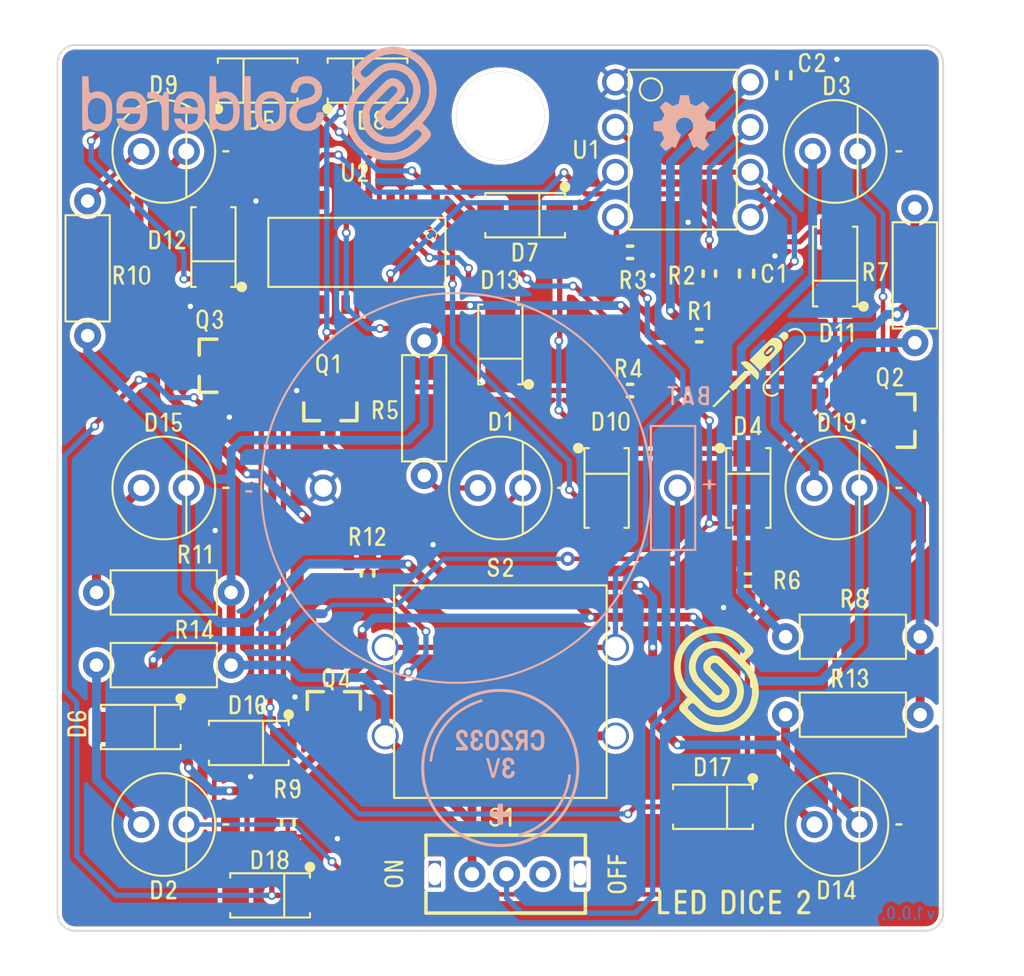
<source format=kicad_pcb>
(kicad_pcb (version 20210623) (generator pcbnew)
  (title_block (title "LED dice 2") (date "2021-09-07") (rev "v1.0.0.") (company "SOLDERED") (comment 1 "333085"))
  (layers (0 "F.Cu" signal) (31 "B.Cu" signal) (34 "B.Paste" user) (35 "F.Paste" user) (36 "B.SilkS" user "B.Silkscreen") (37 "F.SilkS" user "F.Silkscreen") (38 "B.Mask" user) (39 "F.Mask" user) (44 "Edge.Cuts" user))
  (net 0 "")
  (net 1 "GND")
  (net 2 "Net-(C1-Pad2)")
  (net 3 "Net-(C2-Pad2)")
  (net 4 "Net-(D1-Pad1)")
  (net 5 "Net-(D1-Pad2)")
  (net 6 "Net-(D2-Pad1)")
  (net 7 "Net-(D2-Pad2)")
  (net 8 "Net-(D3-Pad1)")
  (net 9 "Net-(D4-Pad1)")
  (net 10 "G2")
  (net 11 "G3")
  (net 12 "G4")
  (net 13 "Net-(D7-Pad1)")
  (net 14 "G1")
  (net 15 "Net-(D5-Pad2)")
  (net 16 "Net-(D5-Pad1)")
  (net 17 "Net-(D6-Pad2)")
  (net 18 "Net-(D6-Pad1)")
  (net 19 "Net-(U2-Pad1)")
  (net 20 "Net-(U2-Pad4)")
  (net 21 "Net-(U2-Pad2)")
  (net 22 "Net-(U2-Pad7)")
  (net 23 "Net-(U2-Pad3)")
  (net 24 "Net-(U2-Pad10)")
  (net 25 "Net-(K1-Pad2+)")
  (net 26 "VCC")
  (net 27 "Net-(R1-Pad2)")
  (net 28 "Net-(R3-Pad2)")
  (net 30 "OUT")
  (net 31 "Net-(U2-Pad15)")
  (footprint "e-radionica.com footprinti:SMA_DIODE" (layer "F.Cu") (at 117 143)
    (fp_text reference "D18")
    (fp_text value "SMA")
  )
  (footprint "buzzardLabel" (layer "F.Cu") (at 124 116.25)
    (fp_text reference "")
    (fp_text value "")
  )
  (footprint "buzzardLabel" (layer "F.Cu") (at 105 121.25)
    (fp_text reference "")
    (fp_text value "")
  )
  (footprint "buzzardLabel" (layer "F.Cu") (at 125 131.25)
    (fp_text reference "")
    (fp_text value "")
  )
  (footprint "e-radionica.com footprinti:0603R" (layer "F.Cu") (at 118.975 130.2)
    (fp_text reference "R6")
    (fp_text value "10k")
  )
  (footprint "e-radionica.com footprinti:0603C" (layer "F.Cu") (at 121 101.7 -90)
    (fp_text reference "C2")
    (fp_text value "10n")
  )
  (footprint "e-radionica.com footprinti:THT OTPORNIK" (layer "F.Cu") (at 128.4 113 -90)
    (fp_text reference "R14")
    (fp_text value "330R")
  )
  (footprint "e-radionica.com footprinti:SMA_DIODE" (layer "F.Cu") (at 97.5 102 180)
    (fp_text reference "D12")
    (fp_text value "SMA")
  )
  (footprint "e-radionica.com footprinti:THT OTPORNIK" (layer "F.Cu") (at 124.9 137.8)
    (fp_text reference "R11")
    (fp_text value "330R")
  )
  (footprint "buzzardLabel" (layer "F.Cu") (at 81.1 138.3 90)
    (fp_text reference "")
    (fp_text value "")
  )
  (footprint "buzzardLabel" (layer "F.Cu") (at 89.5 144)
    (fp_text reference "")
    (fp_text value "")
  )
  (footprint "buzzardLabel" (layer "F.Cu") (at 112.5 113.25)
    (fp_text reference "")
    (fp_text value "")
  )
  (footprint "e-radionica.com footprinti:SMA_DIODE" (layer "F.Cu") (at 106.4 109.6)
    (fp_text reference "D11")
    (fp_text value "SMA")
  )
  (footprint "e-radionica.com footprinti:SMA_DIODE" (layer "F.Cu") (at 111 125 90)
    (fp_text reference "D13")
    (fp_text value "SMA")
  )
  (footprint "e-radionica.com footprinti:THT OTPORNIK" (layer "F.Cu") (at 86 130.9)
    (fp_text reference "R13")
    (fp_text value "330R")
  )
  (footprint "e-radionica.com footprinti:0603R" (layer "F.Cu") (at 112.325 119.5 180)
    (fp_text reference "R4")
    (fp_text value "10k")
  )
  (footprint "e-radionica.com footprinti:THT OTPORNIK" (layer "F.Cu") (at 100.7 120.5 90)
    (fp_text reference "R5")
    (fp_text value "330R")
  )
  (footprint "buzzardLabel" (layer "F.Cu") (at 116.25 115)
    (fp_text reference "")
    (fp_text value "")
  )
  (footprint "buzzardLabel" (layer "F.Cu") (at 90.75 137.25)
    (fp_text reference "")
    (fp_text value "")
  )
  (footprint "Soldered Graphics:Logo-Back-SolderedFULL-20mm" (layer "F.Cu") (at 91.4 103.3)
    (fp_text reference "REF**" hide)
    (fp_text value "Logo-Front-SolderedFULL-20mm" hide)
  )
  (footprint "buzzardLabel" (layer "F.Cu") (at 118.2 148.4)
    (fp_text reference "")
    (fp_text value "")
  )
  (footprint "buzzardLabel" (layer "F.Cu") (at 89.5 106)
    (fp_text reference "")
    (fp_text value "")
  )
  (footprint "e-radionica.com footprinti:THT LED 5mm RED" (layer "F.Cu") (at 86 106)
    (fp_text reference "D4")
    (fp_text value "THT_LED_5mmRED")
  )
  (footprint "buzzardLabel" (layer "F.Cu") (at 91.5 104.25)
    (fp_text reference "")
    (fp_text value "")
  )
  (footprint "e-radionica.com footprinti:SS-12D02-VG4" (layer "F.Cu") (at 105.35 146.8)
    (fp_text reference "S1")
    (fp_text value "SS-12D02-VG4")
  )
  (footprint "buzzardLabel" (layer "F.Cu") (at 89.5 125)
    (fp_text reference "")
    (fp_text value "")
  )
  (footprint "e-radionica.com footprinti:SOT-23-3" (layer "F.Cu") (at 88.7 118.1 180)
    (fp_text reference "Q3")
    (fp_text value "NMOS-SOT-23-3")
  )
  (footprint "e-radionica.com footprinti:FIDUCIAL_23" (layer "F.Cu") (at 127.7 102.4)
    (fp_text reference "FD1")
    (fp_text value "FIDUCIAL")
  )
  (footprint "e-radionica.com footprinti:PUSH BUTTON 12MM BLUE" (layer "F.Cu") (at 105 136.5)
    (fp_text reference "S2")
    (fp_text value "12MM_PUSHBUTTON_BLUE")
  )
  (footprint "buzzardLabel" (layer "F.Cu") (at 105 129.5)
    (fp_text reference "")
    (fp_text value "")
  )
  (footprint "buzzardLabel" (layer "F.Cu") (at 127 118.75)
    (fp_text reference "")
    (fp_text value "")
  )
  (footprint "e-radionica.com footprinti:HOLE_5mm" (layer "F.Cu") (at 105 104)
    (fp_text reference "H1")
    (fp_text value "HOLE_5mm")
  )
  (footprint "Soldered Graphics:Logo-Front-Soldered-6mm" (layer "F.Cu") (at 117.2 135.8)
    (fp_text reference "G***" hide)
    (fp_text value "LOGO" hide)
  )
  (footprint "e-radionica.com footprinti:THT LED 5mm RED" (layer "F.Cu") (at 123.9 106)
    (fp_text reference "D3")
    (fp_text value "THT_LED_5mmRED")
  )
  (footprint "buzzardLabel" (layer "F.Cu") (at 105 143.6)
    (fp_text reference "")
    (fp_text value "")
  )
  (footprint "e-radionica.com footprinti:SMA_DIODE" (layer "F.Cu") (at 91.3 102 180)
    (fp_text reference "D9")
    (fp_text value "SMA")
  )
  (footprint "buzzardLabel" (layer "F.Cu") (at 92 146)
    (fp_text reference "")
    (fp_text value "")
  )
  (footprint "buzzardLabel" (layer "F.Cu") (at 111.25 121.25)
    (fp_text reference "")
    (fp_text value "")
  )
  (footprint "e-radionica.com footprinti:SMA_DIODE" (layer "F.Cu") (at 105 116.9 -90)
    (fp_text reference "D16")
    (fp_text value "SMA")
  )
  (footprint "e-radionica.com footprinti:SMA_DIODE" (layer "F.Cu") (at 123.9 112.5 -90)
    (fp_text reference "D14")
    (fp_text value "SMA")
  )
  (footprint "buzzardLabel" (layer "F.Cu") (at 124 102.3)
    (fp_text reference "")
    (fp_text value "")
  )
  (footprint "buzzardLabel" (layer "F.Cu") (at 86.2 111)
    (fp_text reference "")
    (fp_text value "")
  )
  (footprint "buzzardLabel" (layer "F.Cu") (at 127.5 106)
    (fp_text reference "")
    (fp_text value "")
  )
  (footprint "buzzardLabel" (layer "F.Cu") (at 86 121.3)
    (fp_text reference "")
    (fp_text value "")
  )
  (footprint "e-radionica.com footprinti:0603R" (layer "F.Cu") (at 112.325 111.7 180)
    (fp_text reference "R3")
    (fp_text value "10k")
  )
  (footprint "buzzardLabel" (layer "F.Cu") (at 86 147.7)
    (fp_text reference "")
    (fp_text value "")
  )
  (footprint "e-radionica.com footprinti:THT LED 5mm RED" (layer "F.Cu") (at 86 125)
    (fp_text reference "D6")
    (fp_text value "THT_LED_5mmRED")
  )
  (footprint "e-radionica.com footprinti:0603R" (layer "F.Cu") (at 97.5 129.825 -90)
    (fp_text reference "R12")
    (fp_text value "10k")
  )
  (footprint "e-radionica.com footprinti:SMA_DIODE" (layer "F.Cu") (at 119 125 90)
    (fp_text reference "D8")
    (fp_text value "SMA")
  )
  (footprint "e-radionica.com footprinti:SOT-23-3" (layer "F.Cu") (at 127.7 121.2)
    (fp_text reference "Q2")
    (fp_text value "NMOS-SOT-23-3")
  )
  (footprint "e-radionica.com footprinti:DIP8" (layer "F.Cu") (at 115.3 105.9)
    (fp_text reference "U1")
    (fp_text value "NE555")
  )
  (footprint "buzzardLabel" (layer "F.Cu") (at 126.2 112.8)
    (fp_text reference "")
    (fp_text value "")
  )
  (footprint "buzzardLabel" (layer "F.Cu") (at 122.6 101)
    (fp_text reference "")
    (fp_text value "")
  )
  (footprint "buzzardLabel" (layer "F.Cu") (at 98.5 120.6)
    (fp_text reference "")
    (fp_text value "")
  )
  (footprint "e-radionica.com footprinti:THT OTPORNIK" (layer "F.Cu") (at 124.9 133.4)
    (fp_text reference "R8")
    (fp_text value "330R")
  )
  (footprint "buzzardLabel" (layer "F.Cu") (at 119 121.5)
    (fp_text reference "")
    (fp_text value "")
  )
  (footprint "buzzardLabel" (layer "F.Cu") (at 88.6 115.5)
    (fp_text reference "")
    (fp_text value "")
  )
  (footprint "buzzardLabel" (layer "F.Cu") (at 127.5 144)
    (fp_text reference "")
    (fp_text value "")
  )
  (footprint "buzzardLabel" (layer "F.Cu") (at 93 142)
    (fp_text reference "")
    (fp_text value "")
  )
  (footprint "buzzardLabel" (layer "F.Cu") (at 87.75 128.75)
    (fp_text reference "")
    (fp_text value "")
  )
  (footprint "buzzardLabel" (layer "F.Cu") (at 124 121.3)
    (fp_text reference "")
    (fp_text value "")
  )
  (footprint "e-radionica.com footprinti:SOT-23-3" (layer "F.Cu") (at 95.6 137.2 90)
    (fp_text reference "Q4")
    (fp_text value "NMOS-SOT-23-3")
  )
  (footprint "buzzardLabel" (layer "F.Cu") (at 109.8 105.9)
    (fp_text reference "")
    (fp_text value "")
  )
  (footprint "buzzardLabel" (layer "F.Cu") (at 121.2 130.2)
    (fp_text reference "")
    (fp_text value "")
  )
  (footprint "buzzardLabel" (layer "F.Cu") (at 112.25 118.25)
    (fp_text reference "")
    (fp_text value "")
  )
  (footprint "e-radionica.com footprinti:THT LED 5mm RED" (layer "F.Cu") (at 105 125)
    (fp_text reference "D1")
    (fp_text value "THT_LED_5mmRED")
  )
  (footprint "e-radionica.com footprinti:0603R" (layer "F.Cu") (at 116.8 112.9 90)
    (fp_text reference "R2")
    (fp_text value "220R")
  )
  (footprint "buzzardLabel" (layer "F.Cu") (at 115.25 113)
    (fp_text reference "")
    (fp_text value "")
  )
  (footprint "e-radionica.com footprinti:THT LED 5mm RED" (layer "F.Cu") (at 86 144)
    (fp_text reference "D2")
    (fp_text value "THT_LED_5mmRED")
  )
  (footprint "buzzardLabel" (layer "F.Cu") (at 97.75 104.25)
    (fp_text reference "")
    (fp_text value "")
  )
  (footprint "buzzardLabel" (layer "F.Cu") (at 120.4 112.9)
    (fp_text reference "")
    (fp_text value "")
  )
  (footprint "e-radionica.com footprinti:0603R" (layer "F.Cu") (at 93 143.9 90)
    (fp_text reference "R9")
    (fp_text value "10k")
  )
  (footprint "buzzardLabel" (layer "F.Cu") (at 108.4 125)
    (fp_text reference "")
    (fp_text value "")
  )
  (footprint "buzzardLabel" (layer "F.Cu") (at 84.2 113)
    (fp_text reference "")
    (fp_text value "")
  )
  (footprint "e-radionica.com footprinti:THT LED 5mm RED" (layer "F.Cu") (at 124 125)
    (fp_text reference "D7")
    (fp_text value "THT_LED_5mmRED")
  )
  (footprint "buzzardLabel" (layer "F.Cu") (at 96.8 107.2)
    (fp_text reference "")
    (fp_text value "")
  )
  (footprint "buzzardLabel" (layer "F.Cu") (at 105 113.25)
    (fp_text reference "")
    (fp_text value "")
  )
  (footprint "e-radionica.com footprinti:THT OTPORNIK" (layer "F.Cu") (at 86 135)
    (fp_text reference "R7")
    (fp_text value "330R")
  )
  (footprint "buzzardLabel" (layer "F.Cu") (at 99 146.8 90)
    (fp_text reference "")
    (fp_text value "")
  )
  (footprint "e-radionica.com footprinti:0603C" (layer "F.Cu") (at 118.9 112.9 -90)
    (fp_text reference "C1")
    (fp_text value "220n")
  )
  (footprint "buzzardLabel" (layer "F.Cu") (at 127.5 125)
    (fp_text reference "")
    (fp_text value "")
  )
  (footprint "Soldered Graphics:Logo-Back-OSH-3.5mm" (layer "F.Cu") (at 115.4 104.4)
    (fp_text reference "G***" hide)
    (fp_text value "LOGO" hide)
  )
  (footprint "Soldered Graphics:Symbol-Front-Soldering" (layer "F.Cu") (at 119.6 118.2)
    (fp_text reference "G***" hide)
    (fp_text value "LOGO" hide)
  )
  (footprint "e-radionica.com footprinti:SOT-23-3" (layer "F.Cu") (at 95.4 120.5 -90)
    (fp_text reference "Q1")
    (fp_text value "NMOS-SOT-23-3")
  )
  (footprint "buzzardLabel" (layer "F.Cu") (at 87.75 133)
    (fp_text reference "")
    (fp_text value "")
  )
  (footprint "e-radionica.com footprinti:THT OTPORNIK" (layer "F.Cu") (at 81.7 112.6 -90)
    (fp_text reference "R10")
    (fp_text value "330R")
  )
  (footprint "buzzardLabel" (layer "F.Cu") (at 117 140.75)
    (fp_text reference "")
    (fp_text value "")
  )
  (footprint "buzzardLabel" (layer "F.Cu") (at 111.6 146.8 90)
    (fp_text reference "")
    (fp_text value "")
  )
  (footprint "e-radionica.com footprinti:SOP-16" (layer "F.Cu") (at 96.9 111.7 -90)
    (fp_text reference "U2")
    (fp_text value "CD4017B")
  )
  (footprint "buzzardLabel" (layer "F.Cu") (at 106.4 111.7)
    (fp_text reference "")
    (fp_text value "")
  )
  (footprint "e-radionica.com footprinti:SMA_DIODE" (layer "F.Cu") (at 92 148)
    (fp_text reference "D19")
    (fp_text value "SMA")
  )
  (footprint "e-radionica.com footprinti:SMA_DIODE" (layer "F.Cu") (at 84.7 138.495)
    (fp_text reference "D10")
    (fp_text value "SMA")
  )
  (footprint "buzzardLabel" (layer "F.Cu") (at 97.5 127.75)
    (fp_text reference "")
    (fp_text value "")
  )
  (footprint "buzzardLabel" (layer "F.Cu") (at 124.75 135.75)
    (fp_text reference "")
    (fp_text value "")
  )
  (footprint "e-radionica.com footprinti:SMA_DIODE" (layer "F.Cu") (at 88.8 111.4 -90)
    (fp_text reference "D15")
    (fp_text value "SMA")
  )
  (footprint "buzzardLabel" (layer "F.Cu") (at 95.25 118)
    (fp_text reference "")
    (fp_text value "")
  )
  (footprint "buzzardLabel" (layer "F.Cu") (at 95.75 135.75)
    (fp_text reference "")
    (fp_text value "")
  )
  (footprint "e-radionica.com footprinti:0603R" (layer "F.Cu") (at 116.225 116.4)
    (fp_text reference "R1")
    (fp_text value "4k7")
  )
  (footprint "buzzardLabel" (layer "F.Cu") (at 124 147.7)
    (fp_text reference "")
    (fp_text value "")
  )
  (footprint "buzzardLabel" (layer "F.Cu") (at 86 102.25)
    (fp_text reference "")
    (fp_text value "")
  )
  (footprint "e-radionica.com footprinti:THT LED 5mm RED" (layer "F.Cu") (at 124 144)
    (fp_text reference "D5")
    (fp_text value "THT_LED_5mmRED")
  )
  (footprint "e-radionica.com footprinti:SMA_DIODE" (layer "F.Cu") (at 90.8 139.395)
    (fp_text reference "D17")
    (fp_text value "SMA")
  )
  (footprint "buzzardLabel" (layer "B.Cu") (at 90.8 125.2 180)
    (fp_text reference "")
    (fp_text value "")
  )
  (footprint "e-radionica.com footprinti:CR2034_HOLDER" (layer "B.Cu") (at 105 125)
    (fp_text reference "K1")
    (fp_text value "CR2032_HOLDER")
  )
  (footprint "Soldered Graphics:Symbol-Front-CR2032" (layer "B.Cu") (at 105 140.8 180)
    (fp_text reference "REF**" hide)
    (fp_text value "Symbol-Front-CR2032" hide)
  )
  (footprint "Soldered Graphics:Version1.0.0." (layer "B.Cu") (at 128 149 180)
    (fp_text reference "Ref**" hide)
    (fp_text value "Val**" hide)
  )
  (footprint "buzzardLabel" (layer "B.Cu") (at 116.8 124.8 180)
    (fp_text reference "")
    (fp_text value "")
  )
  (footprint "buzzardLabel" (layer "B.Cu") (at 115.6 119.8 180)
    (fp_text reference "")
    (fp_text value "")
  )
  (gr_line (start 100.8 149) (end 109.8 149) (layer "F.SilkS") (width 0.2))
  (gr_line (start 100.8 144.6) (end 109.8 144.6) (layer "F.SilkS") (width 0.2))
  (gr_line (start 109.8 144.6) (end 109.8 145.8) (layer "F.SilkS") (width 0.2))
  (gr_line (start 100.8 145.8) (end 100.8 144.6) (layer "F.SilkS") (width 0.2))
  (gr_line (start 109.8 149) (end 109.8 147.8) (layer "F.SilkS") (width 0.2))
  (gr_line (start 100.8 147.8) (end 100.8 149) (layer "F.SilkS") (width 0.2))
  (gr_line (start 80 149) (end 80 101) (layer "Edge.Cuts") (width 0.1))
  (gr_line (start 81 100) (end 129 100) (layer "Edge.Cuts") (width 0.1))
  (gr_arc (start 81 149) (end 80 149) (angle -90) (layer "Edge.Cuts") (width 0.1))
  (gr_arc (start 129 149) (end 129 150) (angle -90) (layer "Edge.Cuts") (width 0.1))
  (gr_arc (start 129 101) (end 129 100) (angle 90) (layer "Edge.Cuts") (width 0.1))
  (gr_line (start 129 150) (end 81 150) (layer "Edge.Cuts") (width 0.1))
  (gr_line (start 130 101) (end 130 149) (layer "Edge.Cuts") (width 0.1))
  (gr_arc (start 81 101) (end 81 100) (angle -90) (layer "Edge.Cuts") (width 0.1))
  (via (at 89.7 121) (size 0.5) (drill 0.3) (layers "F.Cu" "B.Cu") (net 1))
  (via (at 117.6 131.75) (size 0.5) (drill 0.3) (layers "F.Cu" "B.Cu") (net 1))
  (via (at 124 100.8) (size 0.5) (drill 0.3) (layers "F.Cu" "B.Cu") (net 1))
  (via (at 120.5 111.9) (size 0.5) (drill 0.3) (layers "F.Cu" "B.Cu") (net 1))
  (via (at 88.9 127.4) (size 0.5) (drill 0.3) (layers "F.Cu" "B.Cu") (net 1))
  (via (at 87.5 114.75) (size 0.5) (drill 0.3) (layers "F.Cu" "B.Cu") (net 1))
  (via (at 101.2 128.2) (size 0.5) (drill 0.3) (layers "F.Cu" "B.Cu") (net 1))
  (via (at 90.9 141.3) (size 0.5) (drill 0.3) (layers "F.Cu" "B.Cu") (net 1))
  (via (at 115.6 110) (size 0.5) (drill 0.3) (layers "F.Cu" "B.Cu") (net 1))
  (via (at 113.6 113) (size 0.5) (drill 0.3) (layers "F.Cu" "B.Cu") (net 1))
  (via (at 95.8 144.8) (size 0.5) (drill 0.3) (layers "F.Cu" "B.Cu") (net 1))
  (via (at 93.4035 136.8) (size 0.5) (drill 0.3) (layers "F.Cu" "B.Cu") (net 1))
  (via (at 125.5 121.25) (size 0.5) (drill 0.3) (layers "F.Cu" "B.Cu") (net 1))
  (via (at 91.2 108.8) (size 0.5) (drill 0.3) (layers "F.Cu" "B.Cu") (net 1))
  (via (at 93.5 119.5) (size 0.5) (drill 0.3) (layers "F.Cu" "B.Cu") (net 1))
  (segment (start 118.855 113.675) (end 118.9 113.63) (width 0.3) (layer "F.Cu") (net 2))
  (segment (start 119.11 107.17) (end 114.03 107.17) (width 0.3) (layer "F.Cu") (net 2))
  (segment (start 114.03 107.17) (end 111.49 104.63) (width 0.3) (layer "F.Cu") (net 2))
  (segment (start 121.6 112.2) (end 120.17 113.63) (width 0.3) (layer "F.Cu") (net 2))
  (segment (start 120.17 113.63) (end 118.9 113.63) (width 0.3) (layer "F.Cu") (net 2))
  (segment (start 116.8 113.675) (end 118.855 113.675) (width 0.3) (layer "F.Cu") (net 2))
  (via (at 121.6 112.2) (size 0.5) (drill 0.3) (layers "F.Cu" "B.Cu") (net 2))
  (segment (start 121.6 112.2) (end 121.6 109.66) (width 0.3) (layer "B.Cu") (net 2))
  (segment (start 121.6 109.66) (end 119.11 107.17) (width 0.3) (layer "B.Cu") (net 2))
  (segment (start 121 104.4) (end 120.5 104.9) (width 0.3) (layer "F.Cu") (net 3))
  (segment (start 121 102.43) (end 121 104.4) (width 0.3) (layer "F.Cu") (net 3))
  (segment (start 120.5 104.9) (end 120.5 108.32) (width 0.3) (layer "F.Cu") (net 3))
  (segment (start 120.5 108.32) (end 119.11 109.71) (width 0.3) (layer "F.Cu") (net 3))
  (segment (start 103.73 125) (end 101.4 125) (width 0.3) (layer "F.Cu") (net 4))
  (segment (start 101.4 125) (end 100.7 124.3) (width 0.3) (layer "F.Cu") (net 4))
  (segment (start 95.4 122.6) (end 95.4 121.7) (width 0.3) (layer "F.Cu") (net 5))
  (segment (start 99.4 126.6) (end 95.4 122.6) (width 0.3) (layer "F.Cu") (net 5))
  (segment (start 104.67 126.6) (end 99.4 126.6) (width 0.3) (layer "F.Cu") (net 5))
  (segment (start 106.27 125) (end 104.67 126.6) (width 0.3) (layer "F.Cu") (net 5))
  (segment (start 82.2 141.47) (end 84.73 144) (width 0.5) (layer "B.Cu") (net 6))
  (segment (start 82.2 135) (end 82.2 141.47) (width 0.5) (layer "B.Cu") (net 6))
  (segment (start 128.9 121.2) (end 128.9 120.1) (width 0.254) (layer "F.Cu") (net 7))
  (segment (start 123.872511 146.427489) (end 123.872511 133.027489) (width 0.254) (layer "F.Cu") (net 7))
  (segment (start 95.5 146.1) (end 97.342511 147.942511) (width 0.254) (layer "F.Cu") (net 7))
  (segment (start 128.9 120.1) (end 126.6 117.8) (width 0.254) (layer "F.Cu") (net 7))
  (segment (start 123.872511 133.027489) (end 128.9 128) (width 0.254) (layer "F.Cu") (net 7))
  (segment (start 126.6 117.8) (end 126.6 114.2) (width 0.254) (layer "F.Cu") (net 7))
  (segment (start 97.342511 147.942511) (end 122.357489 147.942511) (width 0.254) (layer "F.Cu") (net 7))
  (segment (start 128.9 128) (end 128.9 121.2) (width 0.254) (layer "F.Cu") (net 7))
  (segment (start 122.357489 147.942511) (end 123.872511 146.427489) (width 0.254) (layer "F.Cu") (net 7))
  (via (at 95.5 146.1) (size 0.5) (drill 0.3) (layers "F.Cu" "B.Cu") (net 7))
  (via (at 126.6 114.2) (size 0.5) (drill 0.3) (layers "F.Cu" "B.Cu") (net 7))
  (segment (start 126.6 109.5) (end 125.27 108.17) (width 0.254) (layer "B.Cu") (net 7))
  (segment (start 95.5 146.1) (end 93.4 144) (width 0.254) (layer "B.Cu") (net 7))
  (segment (start 125.27 108.17) (end 125.27 106) (width 0.254) (layer "B.Cu") (net 7))
  (segment (start 126.6 114.2) (end 126.6 109.5) (width 0.254) (layer "B.Cu") (net 7))
  (segment (start 93.4 144) (end 87.27 144) (width 0.254) (layer "B.Cu") (net 7))
  (segment (start 122.63 106) (end 122.63 113.07) (width 0.5) (layer "B.Cu") (net 8))
  (segment (start 118.6 130.9) (end 121.1 133.4) (width 0.5) (layer "B.Cu") (net 8))
  (segment (start 122.63 113.07) (end 118.6 117.1) (width 0.5) (layer "B.Cu") (net 8))
  (segment (start 118.6 117.1) (end 118.6 130.9) (width 0.5) (layer "B.Cu") (net 8))
  (segment (start 81.7 108.8) (end 84.5 106) (width 0.254) (layer "F.Cu") (net 9))
  (segment (start 84.5 106) (end 84.73 106) (width 0.254) (layer "F.Cu") (net 9))
  (segment (start 108.3 120.6) (end 110.75 123.05) (width 0.3) (layer "F.Cu") (net 10))
  (segment (start 124.15 120.25) (end 123.9 120) (width 0.254) (layer "F.Cu") (net 10))
  (segment (start 108.35 116.65) (end 108.35 109.6) (width 0.3) (layer "F.Cu") (net 10))
  (segment (start 126.5 120.25) (end 124.15 120.25) (width 0.254) (layer "F.Cu") (net 10))
  (segment (start 119.8 128.449022) (end 120.5 127.749022) (width 0.3) (layer "F.Cu") (net 10))
  (segment (start 119.35 123.05) (end 119 123.05) (width 0.3) (layer "F.Cu") (net 10))
  (segment (start 120.85 123.05) (end 123.9 120) (width 0.254) (layer "F.Cu") (net 10))
  (segment (start 110.75 123.05) (end 111 123.05) (width 0.3) (layer "F.Cu") (net 10))
  (segment (start 120.5 124.2) (end 119.35 123.05) (width 0.3) (layer "F.Cu") (net 10))
  (segment (start 111 123.05) (end 119 123.05) (width 0.3) (layer "F.Cu") (net 10))
  (segment (start 119 123.05) (end 120.85 123.05) (width 0.254) (layer "F.Cu") (net 10))
  (segment (start 120.5 127.749022) (end 120.5 124.2) (width 0.3) (layer "F.Cu") (net 10))
  (segment (start 119.8 131.6) (end 119.8 128.449022) (width 0.3) (layer "F.Cu") (net 10))
  (segment (start 118.95 132.45) (end 119.8 131.6) (width 0.3) (layer "F.Cu") (net 10))
  (segment (start 108.3 116.7) (end 108.35 116.65) (width 0.3) (layer "F.Cu") (net 10))
  (segment (start 123.9 120) (end 123.9 114.45) (width 0.254) (layer "F.Cu") (net 10))
  (segment (start 118.95 143) (end 118.95 132.45) (width 0.3) (layer "F.Cu") (net 10))
  (via (at 108.3 116.7) (size 0.5) (drill 0.3) (layers "F.Cu" "B.Cu") (net 10))
  (via (at 108.3 120.6) (size 0.5) (drill 0.3) (layers "F.Cu" "B.Cu") (net 10))
  (segment (start 108.3 120.6) (end 108.3 116.7) (width 0.3) (layer "B.Cu") (net 10))
  (segment (start 81.9 105.4) (end 85.3 102) (width 0.3) (layer "F.Cu") (net 11))
  (segment (start 92.1 148) (end 92.1 146.1) (width 0.3) (layer "F.Cu") (net 11))
  (segment (start 82.1 121.4) (end 82.1 121.5) (width 0.3) (layer "F.Cu") (net 11))
  (segment (start 90.7 143.5) (end 91.075 143.125) (width 0.3) (layer "F.Cu") (net 11))
  (segment (start 88.65 113.2) (end 88.8 113.35) (width 0.3) (layer "F.Cu") (net 11))
  (segment (start 85.3 102) (end 89.35 102) (width 0.3) (layer "F.Cu") (net 11))
  (segment (start 90.7 144.7) (end 90.7 143.5) (width 0.3) (layer "F.Cu") (net 11))
  (segment (start 87.1305 113.2) (end 88.65 113.2) (width 0.3) (layer "F.Cu") (net 11))
  (segment (start 89.9 120) (end 89.9 119.05) (width 0.3) (layer "F.Cu") (net 11))
  (segment (start 92.1 146.1) (end 90.7 144.7) (width 0.3) (layer "F.Cu") (net 11))
  (segment (start 91.075 143.125) (end 93 143.125) (width 0.3) (layer "F.Cu") (net 11))
  (segment (start 88.8 113.35) (end 88.8 114.1) (width 0.3) (layer "F.Cu") (net 11))
  (segment (start 91.3 116.6) (end 91.3 117.65) (width 0.3) (layer "F.Cu") (net 11))
  (segment (start 88.8 113.35) (end 88.8 113.3) (width 0.3) (layer "F.Cu") (net 11))
  (segment (start 89.7 120.2) (end 89.9 120) (width 0.3) (layer "F.Cu") (net 11))
  (segment (start 84.6 118.9) (end 82.1 121.4) (width 0.3) (layer "F.Cu") (net 11))
  (segment (start 88.8 113.3) (end 88.9 113.2) (width 0.3) (layer "F.Cu") (net 11))
  (segment (start 87.7 119.9) (end 88 120.2) (width 0.3) (layer "F.Cu") (net 11))
  (segment (start 91.3 117.65) (end 89.9 119.05) (width 0.3) (layer "F.Cu") (net 11))
  (segment (start 88.8 114.1) (end 91.3 116.6) (width 0.3) (layer "F.Cu") (net 11))
  (segment (start 93.95 148) (end 92.1 148) (width 0.3) (layer "F.Cu") (net 11))
  (segment (start 88 120.2) (end 89.7 120.2) (width 0.3) (layer "F.Cu") (net 11))
  (via (at 84.6 118.9) (size 0.5) (drill 0.3) (layers "F.Cu" "B.Cu") (net 11))
  (via (at 82.1 121.5) (size 0.5) (drill 0.3) (layers "F.Cu" "B.Cu") (net 11))
  (via (at 81.9 105.4) (size 0.5) (drill 0.3) (layers "F.Cu" "B.Cu") (net 11))
  (via (at 87.7 119.9) (size 0.5) (drill 0.3) (layers "F.Cu" "B.Cu") (net 11))
  (via (at 87.1305 113.2) (size 0.5) (drill 0.3) (layers "F.Cu" "B.Cu") (net 11))
  (via (at 92.1 148) (size 0.5) (drill 0.3) (layers "F.Cu" "B.Cu") (net 11))
  (segment (start 84.6 118.9) (end 85.3 118.9) (width 0.3) (layer "B.Cu") (net 11))
  (segment (start 87.1305 111.7305) (end 81.9 106.5) (width 0.3) (layer "B.Cu") (net 11))
  (segment (start 87.1305 113.2) (end 87.1305 111.7305) (width 0.3) (layer "B.Cu") (net 11))
  (segment (start 92.1 148) (end 83.3 148) (width 0.3) (layer "B.Cu") (net 11))
  (segment (start 86.3 119.9) (end 87.7 119.9) (width 0.3) (layer "B.Cu") (net 11))
  (segment (start 80.4 136.423022) (end 80.4 123.2) (width 0.3) (layer "B.Cu") (net 11))
  (segment (start 85.3 118.9) (end 86.3 119.9) (width 0.3) (layer "B.Cu") (net 11))
  (segment (start 81.9 106.5) (end 81.9 105.4) (width 0.3) (layer "B.Cu") (net 11))
  (segment (start 80.4 123.2) (end 82.1 121.5) (width 0.3) (layer "B.Cu") (net 11))
  (segment (start 83.3 148) (end 81.088489 145.788489) (width 0.3) (layer "B.Cu") (net 11))
  (segment (start 81.088489 145.788489) (end 81.088489 137.111511) (width 0.3) (layer "B.Cu") (net 11))
  (segment (start 81.088489 137.111511) (end 80.4 136.423022) (width 0.3) (layer "B.Cu") (net 11))
  (segment (start 94.65 139.95) (end 94.65 138.4) (width 0.5) (layer "F.Cu") (net 12))
  (segment (start 98.95 136.25) (end 97.2 136.25) (width 0.3) (layer "F.Cu") (net 12))
  (segment (start 87.4 140.8) (end 87.4 140.5) (width 0.5) (layer "F.Cu") (net 12))
  (segment (start 86.65 139.75) (end 86.65 138.495) (width 0.5) (layer "F.Cu") (net 12))
  (segment (start 89.7 142.1) (end 92.5 142.1) (width 0.5) (layer "F.Cu") (net 12))
  (segment (start 96.05 137) (end 96.45 137) (width 0.3) (layer "F.Cu") (net 12))
  (segment (start 87.4 140.5) (end 86.65 139.75) (width 0.5) (layer "F.Cu") (net 12))
  (segment (start 97.7 130.8) (end 97.5 130.6) (width 0.3) (layer "F.Cu") (net 12))
  (segment (start 92.5 142.1) (end 94.65 139.95) (width 0.5) (layer "F.Cu") (net 12))
  (segment (start 100.8 133.1) (end 98.3 130.6) (width 0.3) (layer "F.Cu") (net 12))
  (segment (start 99.8 135.4) (end 98.95 136.25) (width 0.3) (layer "F.Cu") (net 12))
  (segment (start 96.45 137) (end 97.2 136.25) (width 0.3) (layer "F.Cu") (net 12))
  (segment (start 94.65 138.4) (end 96.05 137) (width 0.3) (layer "F.Cu") (net 12))
  (segment (start 98.3 130.6) (end 97.5 130.6) (width 0.3) (layer "F.Cu") (net 12))
  (via (at 99.8 135.4) (size 0.5) (drill 0.3) (layers "F.Cu" "B.Cu") (net 12))
  (via (at 87.4 140.8) (size 0.5) (drill 0.3) (layers "F.Cu" "B.Cu") (net 12))
  (via (at 100.8 133.1) (size 0.5) (drill 0.3) (layers "F.Cu" "B.Cu") (net 12))
  (via (at 89.7 142.1) (size 0.5) (drill 0.3) (layers "F.Cu" "B.Cu") (net 12))
  (segment (start 89.7 142.1) (end 88.7 142.1) (width 0.5) (layer "B.Cu") (net 12))
  (segment (start 100.8 133.1) (end 100.8 134.4) (width 0.3) (layer "B.Cu") (net 12))
  (segment (start 88.7 142.1) (end 87.4 140.8) (width 0.5) (layer "B.Cu") (net 12))
  (segment (start 100.8 134.4) (end 99.8 135.4) (width 0.3) (layer "B.Cu") (net 12))
  (segment (start 128.4 109.2) (end 128.4 114.2) (width 0.5) (layer "F.Cu") (net 13))
  (segment (start 128.4 114.2) (end 127.4 115.2) (width 0.5) (layer "F.Cu") (net 13))
  (via (at 127.4 115.2) (size 0.8) (drill 0.4) (layers "F.Cu" "B.Cu") (net 13))
  (segment (start 126.1 115.9) (end 121.3 115.9) (width 0.5) (layer "B.Cu") (net 13))
  (segment (start 122.44648 123.370696) (end 122.73 123.654216) (width 0.5) (layer "B.Cu") (net 13))
  (segment (start 121.3 115.9) (end 120.5 116.7) (width 0.5) (layer "B.Cu") (net 13))
  (segment (start 126.8 115.2) (end 126.1 115.9) (width 0.5) (layer "B.Cu") (net 13))
  (segment (start 120.5 121.4) (end 122.44648 123.34648) (width 0.5) (layer "B.Cu") (net 13))
  (segment (start 127.4 115.2) (end 126.8 115.2) (width 0.5) (layer "B.Cu") (net 13))
  (segment (start 120.5 116.7) (end 120.5 121.4) (width 0.5) (layer "B.Cu") (net 13))
  (segment (start 122.73 123.654216) (end 122.73 125) (width 0.5) (layer "B.Cu") (net 13))
  (segment (start 122.44648 123.34648) (end 122.44648 123.370696) (width 0.5) (layer "B.Cu") (net 13))
  (segment (start 96 102.2) (end 95.8 102) (width 0.3) (layer "F.Cu") (net 14))
  (segment (start 93.8 117.6) (end 94.8 117.6) (width 0.3) (layer "F.Cu") (net 14))
  (segment (start 96 103.8) (end 96 102.2) (width 0.3) (layer "F.Cu") (net 14))
  (segment (start 105.65 119.5) (end 105 118.85) (width 0.3) (layer "F.Cu") (net 14))
  (segment (start 96 116.2) (end 96.35 116.55) (width 0.3) (layer "F.Cu") (net 14))
  (segment (start 105 118.8) (end 104.5 119.3) (width 0.3) (layer "F.Cu") (net 14))
  (segment (start 92.75 118.65) (end 93.8 117.6) (width 0.3) (layer "F.Cu") (net 14))
  (segment (start 95.2 117.2) (end 95.2 116.2) (width 0.3) (layer "F.Cu") (net 14))
  (segment (start 95.8 102) (end 95.8 102.05) (width 0.254) (layer "F.Cu") (net 14))
  (segment (start 95.8 102.05) (end 96 102.25) (width 0.254) (layer "F.Cu") (net 14))
  (segment (start 105 118.85) (end 105 118.8) (width 0.3) (layer "F.Cu") (net 14))
  (segment (start 95.2 116.2) (end 96 116.2) (width 0.3) (layer "F.Cu") (net 14))
  (segment (start 94.8 117.6) (end 95.2 117.2) (width 0.3) (layer "F.Cu") (net 14))
  (segment (start 111.55 119.5) (end 105.65 119.5) (width 0.3) (layer "F.Cu") (net 14))
  (segment (start 96.35 116.55) (end 96.35 119.3) (width 0.3) (layer "F.Cu") (net 14))
  (segment (start 104.5 119.3) (end 96.35 119.3) (width 0.3) (layer "F.Cu") (net 14))
  (segment (start 92.75 139.395) (end 92.75 118.65) (width 0.3) (layer "F.Cu") (net 14))
  (via (at 95.2 116.2) (size 0.5) (drill 0.3) (layers "F.Cu" "B.Cu") (net 14))
  (via (at 96 103.8) (size 0.5) (drill 0.3) (layers "F.Cu" "B.Cu") (net 14))
  (segment (start 95.2 104.55) (end 95.2 116.2) (width 0.3) (layer "B.Cu") (net 14))
  (segment (start 95.95 103.8) (end 95.2 104.55) (width 0.3) (layer "B.Cu") (net 14))
  (segment (start 96 103.8) (end 95.95 103.8) (width 0.3) (layer "B.Cu") (net 14))
  (segment (start 105.9 130.1) (end 101.975784 130.1) (width 0.5) (layer "F.Cu") (net 15))
  (segment (start 84.6 115.2) (end 87.5 118.1) (width 0.5) (layer "F.Cu") (net 15))
  (segment (start 109.4 130.1) (end 105.9 130.1) (width 0.5) (layer "F.Cu") (net 15))
  (segment (start 86.3 119.765627) (end 88.9 122.365627) (width 0.5) (layer "F.Cu") (net 15))
  (segment (start 98 127.6) (end 94.9 127.6) (width 0.5) (layer "F.Cu") (net 15))
  (segment (start 109.7 130.4) (end 109.4 130.1) (width 0.5) (layer "F.Cu") (net 15))
  (segment (start 109.8 130.5) (end 109.7 130.4) (width 0.5) (layer "F.Cu") (net 15))
  (segment (start 113.6 138.1) (end 115 139.5) (width 0.5) (layer "F.Cu") (net 15))
  (segment (start 84.6 117) (end 85.1 117.5) (width 0.5) (layer "F.Cu") (net 15))
  (segment (start 84.6 115.2) (end 84.6 117) (width 0.5) (layer "F.Cu") (net 15))
  (segment (start 86.3 118.3) (end 86.3 119.765627) (width 0.5) (layer "F.Cu") (net 15))
  (segment (start 94.9 127.6) (end 93.8 126.5) (width 0.5) (layer "F.Cu") (net 15))
  (segment (start 88.9 122.365627) (end 88.9 122.4) (width 0.5) (layer "F.Cu") (net 15))
  (segment (start 99.475784 127.6) (end 98 127.6) (width 0.5) (layer "F.Cu") (net 15))
  (segment (start 85.1 117.5) (end 85.5 117.5) (width 0.5) (layer "F.Cu") (net 15))
  (segment (start 88.9 122.4) (end 90.7 124.2) (width 0.5) (layer "F.Cu") (net 15))
  (segment (start 85.5 117.5) (end 86.3 118.3) (width 0.5) (layer "F.Cu") (net 15))
  (segment (start 87.27 106) (end 84.6 108.67) (width 0.5) (layer "F.Cu") (net 15))
  (segment (start 101.975784 130.1) (end 99.475784 127.6) (width 0.5) (layer "F.Cu") (net 15))
  (segment (start 112.9 130.5) (end 109.8 130.5) (width 0.5) (layer "F.Cu") (net 15))
  (segment (start 84.6 108.67) (end 84.6 115.2) (width 0.5) (layer "F.Cu") (net 15))
  (segment (start 113.6 134) (end 113.6 138.1) (width 0.5) (layer "F.Cu") (net 15))
  (via (at 112.9 130.5) (size 0.5) (drill 0.3) (layers "F.Cu" "B.Cu") (net 15))
  (via (at 115 139.5) (size 0.5) (drill 0.3) (layers "F.Cu" "B.Cu") (net 15))
  (via (at 90.7 124.2) (size 0.5) (drill 0.3) (layers "F.Cu" "B.Cu") (net 15))
  (via (at 113.6 134) (size 0.5) (drill 0.3) (layers "F.Cu" "B.Cu") (net 15))
  (via (at 93.8 126.5) (size 0.5) (drill 0.3) (layers "F.Cu" "B.Cu") (net 15))
  (segment (start 115 139.5) (end 120.77 139.5) (width 0.5) (layer "B.Cu") (net 15))
  (segment (start 90.7 124.2) (end 91.5 124.2) (width 0.5) (layer "B.Cu") (net 15))
  (segment (start 120.77 139.5) (end 125.27 144) (width 0.5) (layer "B.Cu") (net 15))
  (segment (start 113.6 134) (end 113.6 131.2) (width 0.5) (layer "B.Cu") (net 15))
  (segment (start 91.5 124.2) (end 93.8 126.5) (width 0.5) (layer "B.Cu") (net 15))
  (segment (start 113.6 131.2) (end 112.9 130.5) (width 0.5) (layer "B.Cu") (net 15))
  (segment (start 121.1 137.8) (end 121.1 142.37) (width 0.5) (layer "F.Cu") (net 16))
  (segment (start 121.1 142.37) (end 122.73 144) (width 0.5) (layer "F.Cu") (net 16))
  (segment (start 110.1 132.3) (end 109.4 131.6) (width 0.5) (layer "F.Cu") (net 17))
  (segment (start 102.1 131.6) (end 99.8 129.3) (width 0.5) (layer "F.Cu") (net 17))
  (segment (start 125.27 125) (end 125.3 125) (width 0.254) (layer "F.Cu") (net 17))
  (segment (start 97.2 133) (end 97.2 134.9) (width 0.5) (layer "F.Cu") (net 17))
  (segment (start 96.1 136) (end 95.6 136) (width 0.5) (layer "F.Cu") (net 17))
  (segment (start 97.2 134.9) (end 96.1 136) (width 0.5) (layer "F.Cu") (net 17))
  (segment (start 109.4 131.6) (end 102.1 131.6) (width 0.5) (layer "F.Cu") (net 17))
  (segment (start 110.1 132.3) (end 115.9 132.3) (width 0.5) (layer "F.Cu") (net 17))
  (via (at 97.2 133) (size 0.5) (drill 0.3) (layers "F.Cu" "B.Cu") (net 17))
  (via (at 115.9 132.3) (size 0.5) (drill 0.3) (layers "F.Cu" "B.Cu") (net 17))
  (via (at 99.8 129.3) (size 0.5) (drill 0.3) (layers "F.Cu" "B.Cu") (net 17))
  (via (at 110.1 132.3) (size 0.5) (drill 0.3) (layers "F.Cu" "B.Cu") (net 17))
  (segment (start 110.053511 132.346489) (end 110.1 132.3) (width 0.5) (layer "B.Cu") (net 17))
  (segment (start 115.9 132.3) (end 119.5 135.9) (width 0.5) (layer "B.Cu") (net 17))
  (segment (start 97.2 133) (end 97.853511 132.346489) (width 0.5) (layer "B.Cu") (net 17))
  (segment (start 90.8 132.6) (end 94.1 129.3) (width 0.5) (layer "B.Cu") (net 17))
  (segment (start 87.27 130.77) (end 89.1 132.6) (width 0.5) (layer "B.Cu") (net 17))
  (segment (start 87.27 125) (end 87.27 130.77) (width 0.5) (layer "B.Cu") (net 17))
  (segment (start 119.5 135.9) (end 123.1 135.9) (width 0.5) (layer "B.Cu") (net 17))
  (segment (start 123.1 135.9) (end 125.27 133.73) (width 0.5) (layer "B.Cu") (net 17))
  (segment (start 97.853511 132.346489) (end 110.053511 132.346489) (width 0.5) (layer "B.Cu") (net 17))
  (segment (start 125.27 133.73) (end 125.27 125) (width 0.5) (layer "B.Cu") (net 17))
  (segment (start 94.1 129.3) (end 99.8 129.3) (width 0.5) (layer "B.Cu") (net 17))
  (segment (start 89.1 132.6) (end 90.8 132.6) (width 0.5) (layer "B.Cu") (net 17))
  (segment (start 82.2 130.9) (end 82.2 127.53) (width 0.5) (layer "F.Cu") (net 18))
  (segment (start 82.2 127.53) (end 84.73 125) (width 0.5) (layer "F.Cu") (net 18))
  (segment (start 84.2 125) (end 84.73 125) (width 0.254) (layer "F.Cu") (net 18))
  (segment (start 109.2 113.6) (end 116.8 121.2) (width 0.3) (layer "F.Cu") (net 19))
  (segment (start 85.4 134.7) (end 85.4 135.5) (width 0.5) (layer "F.Cu") (net 19))
  (segment (start 95.9 104.9) (end 93.25 102.25) (width 0.3) (layer "F.Cu") (net 19))
  (segment (start 82.75 138.15) (end 82.75 138.495) (width 0.5) (layer "F.Cu") (net 19))
  (segment (start 85.4 135.5) (end 82.75 138.15) (width 0.5) (layer "F.Cu") (net 19))
  (segment (start 100 107.1) (end 101.345 108.445) (width 0.3) (layer "F.Cu") (net 19))
  (segment (start 114.8 129) (end 108.8 129) (width 0.254) (layer "F.Cu") (net 19))
  (segment (start 103.4 111.5) (end 101.345 109.445) (width 0.3) (layer "F.Cu") (net 19))
  (segment (start 116.8 127) (end 114.8 129) (width 0.254) (layer "F.Cu") (net 19))
  (segment (start 101.345 108.445) (end 101.345 108.75) (width 0.3) (layer "F.Cu") (net 19))
  (segment (start 93.25 102.25) (end 93.25 102) (width 0.3) (layer "F.Cu") (net 19))
  (segment (start 104.8 111.5) (end 103.4 111.5) (width 0.3) (layer "F.Cu") (net 19))
  (segment (start 101.345 109.445) (end 101.345 108.75) (width 0.3) (layer "F.Cu") (net 19))
  (segment (start 116.8 127) (end 118.95 127) (width 0.254) (layer "F.Cu") (net 19))
  (segment (start 106.5 113.2) (end 104.8 111.5) (width 0.3) (layer "F.Cu") (net 19))
  (segment (start 118.95 127) (end 119 126.95) (width 0.254) (layer "F.Cu") (net 19))
  (segment (start 109.1 113.6) (end 109.2 113.6) (width 0.3) (layer "F.Cu") (net 19))
  (via (at 116.8 121.2) (size 0.5) (drill 0.3) (layers "F.Cu" "B.Cu") (net 19))
  (via (at 85.4 134.7) (size 0.5) (drill 0.3) (layers "F.Cu" "B.Cu") (net 19))
  (via (at 106.5 113.2) (size 0.5) (drill 0.3) (layers "F.Cu" "B.Cu") (net 19))
  (via (at 95.9 104.9) (size 0.5) (drill 0.3) (layers "F.Cu" "B.Cu") (net 19))
  (via (at 116.8 127) (size 0.5) (drill 0.3) (layers "F.Cu" "B.Cu") (net 19))
  (via (at 109.1 113.6) (size 0.5) (drill 0.3) (layers "F.Cu" "B.Cu") (net 19))
  (via (at 100 107.1) (size 0.5) (drill 0.3) (layers "F.Cu" "B.Cu") (net 19))
  (via (at 108.8 129) (size 0.8) (drill 0.4) (layers "F.Cu" "B.Cu") (net 19))
  (segment (start 95 132.1) (end 95.5 131.6) (width 0.254) (layer "B.Cu") (net 19))
  (segment (start 94.1 132.1) (end 95 132.1) (width 0.5) (layer "B.Cu") (net 19))
  (segment (start 98.1 107.1) (end 95.9 104.9) (width 0.3) (layer "B.Cu") (net 19))
  (segment (start 106.5 113.2) (end 106.9 113.6) (width 0.3) (layer "B.Cu") (net 19))
  (segment (start 85.4 134.7) (end 86.5 133.6) (width 0.5) (layer "B.Cu") (net 19))
  (segment (start 116.8 121.2) (end 116.8 127) (width 0.3) (layer "B.Cu") (net 19))
  (segment (start 92.6 133.6) (end 94.1 132.1) (width 0.5) (layer "B.Cu") (net 19))
  (segment (start 106.9 113.6) (end 109.1 113.6) (width 0.3) (layer "B.Cu") (net 19))
  (segment (start 99.2 131.6) (end 101.8 129) (width 0.254) (layer "B.Cu") (net 19))
  (segment (start 86.5 133.6) (end 92.6 133.6) (width 0.5) (layer "B.Cu") (net 19))
  (segment (start 95.5 131.6) (end 99.2 131.6) (width 0.254) (layer "B.Cu") (net 19))
  (segment (start 100 107.1) (end 98.1 107.1) (width 0.3) (layer "B.Cu") (net 19))
  (segment (start 101.8 129) (end 108.8 129) (width 0.254) (layer "B.Cu") (net 19))
  (segment (start 99.45 104.45) (end 99.45 102) (width 0.3) (layer "F.Cu") (net 20))
  (segment (start 99.45 105.35) (end 99.45 104.45) (width 0.3) (layer "F.Cu") (net 20))
  (segment (start 97.535 106.365) (end 99.45 104.45) (width 0.3) (layer "F.Cu") (net 20))
  (segment (start 97.535 108.75) (end 97.535 106.365) (width 0.3) (layer "F.Cu") (net 20))
  (segment (start 104.45 109.6) (end 103.7 109.6) (width 0.3) (layer "F.Cu") (net 20))
  (segment (start 103.7 109.6) (end 99.45 105.35) (width 0.3) (layer "F.Cu") (net 20))
  (segment (start 102.300489 111.700489) (end 100.075 109.475) (width 0.3) (layer "F.Cu") (net 21))
  (segment (start 110.75 126.95) (end 108.9 125.1) (width 0.3) (layer "F.Cu") (net 21))
  (segment (start 111 126.95) (end 110.75 126.95) (width 0.3) (layer "F.Cu") (net 21))
  (segment (start 100.075 109.475) (end 100.075 108.75) (width 0.3) (layer "F.Cu") (net 21))
  (segment (start 102.300489 113.499511) (end 102.300489 111.700489) (width 0.3) (layer "F.Cu") (net 21))
  (via (at 108.9 125.1) (size 0.5) (drill 0.3) (layers "F.Cu" "B.Cu") (net 21))
  (via (at 102.300489 113.499511) (size 0.5) (drill 0.3) (layers "F.Cu" "B.Cu") (net 21))
  (segment (start 108.9 125.1) (end 108.9 123.5) (width 0.3) (layer "B.Cu") (net 21))
  (segment (start 103.3 117.9) (end 102.300489 116.900489) (width 0.3) (layer "B.Cu") (net 21))
  (segment (start 102.300489 116.900489) (end 102.300489 113.499511) (width 0.3) (layer "B.Cu") (net 21))
  (segment (start 108.9 123.5) (end 103.3 117.9) (width 0.3) (layer "B.Cu") (net 21))
  (segment (start 122.45 110.55) (end 123.9 110.55) (width 0.3) (layer "F.Cu") (net 22))
  (segment (start 94.4 106.8) (end 91.45 106.8) (width 0.3) (layer "F.Cu") (net 22))
  (segment (start 95 106.2) (end 93.725 107.475) (width 0.3) (layer "F.Cu") (net 22))
  (segment (start 93.725 107.475) (end 93.725 107.725) (width 0.3) (layer "F.Cu") (net 22))
  (segment (start 109.8 108.4) (end 115.4 108.4) (width 0.3) (layer "F.Cu") (net 22))
  (segment (start 95.8535 106.2) (end 95 106.2) (width 0.3) (layer "F.Cu") (net 22))
  (segment (start 115.4 108.4) (end 118.1 111.1) (width 0.3) (layer "F.Cu") (net 22))
  (segment (start 118.1 111.1) (end 121.9 111.1) (width 0.3) (layer "F.Cu") (net 22))
  (segment (start 93.725 108.75) (end 93.725 107.725) (width 0.3) (layer "F.Cu") (net 22))
  (segment (start 91.45 106.8) (end 88.8 109.45) (width 0.3) (layer "F.Cu") (net 22))
  (segment (start 93.725 107.725) (end 93.725 107.525) (width 0.3) (layer "F.Cu") (net 22))
  (segment (start 108.6 107.2) (end 109.8 108.4) (width 0.3) (layer "F.Cu") (net 22))
  (segment (start 121.9 111.1) (end 122.45 110.55) (width 0.3) (layer "F.Cu") (net 22))
  (via (at 108.6 107.2) (size 0.5) (drill 0.3) (layers "F.Cu" "B.Cu") (net 22))
  (via (at 95.8535 106.2) (size 0.5) (drill 0.3) (layers "F.Cu" "B.Cu") (net 22))
  (segment (start 95.8535 106.2) (end 97.9535 108.3) (width 0.3) (layer "B.Cu") (net 22))
  (segment (start 107.5 108.3) (end 108.6 107.2) (width 0.3) (layer "B.Cu") (net 22))
  (segment (start 97.9535 108.3) (end 107.5 108.3) (width 0.3) (layer "B.Cu") (net 22))
  (segment (start 98.805 109.805) (end 98.805 108.75) (width 0.3) (layer "F.Cu") (net 23))
  (segment (start 103.2 112.6) (end 103.2 113.4) (width 0.3) (layer "F.Cu") (net 23))
  (segment (start 103.2 113.4) (end 104.75 114.95) (width 0.3) (layer "F.Cu") (net 23))
  (segment (start 104.75 114.95) (end 105 114.95) (width 0.3) (layer "F.Cu") (net 23))
  (segment (start 101 112) (end 98.805 109.805) (width 0.3) (layer "F.Cu") (net 23))
  (via (at 101 112) (size 0.5) (drill 0.3) (layers "F.Cu" "B.Cu") (net 23))
  (via (at 103.2 112.6) (size 0.5) (drill 0.3) (layers "F.Cu" "B.Cu") (net 23))
  (segment (start 103.2 112.6) (end 102.6 112) (width 0.3) (layer "B.Cu") (net 23))
  (segment (start 102.6 112) (end 101 112) (width 0.3) (layer "B.Cu") (net 23))
  (segment (start 112.6 143) (end 115.05 143) (width 0.3) (layer "F.Cu") (net 24))
  (segment (start 90.05 148) (end 90.05 148.15) (width 0.254) (layer "F.Cu") (net 24))
  (segment (start 92 137.4) (end 92 136.245) (width 0.3) (layer "F.Cu") (net 24))
  (segment (start 93.725 114.65) (end 93.725 116.275) (width 0.3) (layer "F.Cu") (net 24))
  (segment (start 90.05 148.15) (end 90.1 148.2) (width 0.254) (layer "F.Cu") (net 24))
  (segment (start 88.85 139.395) (end 88.85 146.8) (width 0.254) (layer "F.Cu") (net 24))
  (segment (start 93.725 116.275) (end 91.5 118.5) (width 0.3) (layer "F.Cu") (net 24))
  (segment (start 92 136.245) (end 88.85 139.395) (width 0.3) (layer "F.Cu") (net 24))
  (segment (start 91.5 135.745) (end 92 136.245) (width 0.3) (layer "F.Cu") (net 24))
  (segment (start 91.5 118.5) (end 91.5 135.745) (width 0.3) (layer "F.Cu") (net 24))
  (segment (start 88.85 146.8) (end 90.05 148) (width 0.254) (layer "F.Cu") (net 24))
  (segment (start 112.2 143.4) (end 112.6 143) (width 0.3) (layer "F.Cu") (net 24))
  (via (at 112.2 143.4) (size 0.5) (drill 0.3) (layers "F.Cu" "B.Cu") (net 24))
  (via (at 92 137.4) (size 0.5) (drill 0.3) (layers "F.Cu" "B.Cu") (net 24))
  (segment (start 92 137.4) (end 92 138.4) (width 0.3) (layer "B.Cu") (net 24))
  (segment (start 92 138.4) (end 97 143.4) (width 0.3) (layer "B.Cu") (net 24))
  (segment (start 97 143.4) (end 112.2 143.4) (width 0.3) (layer "B.Cu") (net 24))
  (segment (start 112.6 149) (end 113.6 148) (width 0.3) (layer "B.Cu") (net 25))
  (segment (start 105.35 146.8) (end 105.35 148.15) (width 0.3) (layer "B.Cu") (net 25))
  (segment (start 115 125) (end 115 137) (width 0.3) (layer "B.Cu") (net 25))
  (segment (start 106.2 149) (end 112.6 149) (width 0.3) (layer "B.Cu") (net 25))
  (segment (start 105.35 148.15) (end 106.2 149) (width 0.3) (layer "B.Cu") (net 25))
  (segment (start 113.6 148) (end 113.6 138.4) (width 0.3) (layer "B.Cu") (net 25))
  (segment (start 113.6 138.4) (end 115 137) (width 0.3) (layer "B.Cu") (net 25))
  (segment (start 117.95 118.9) (end 115.45 116.4) (width 0.5) (layer "F.Cu") (net 26))
  (segment (start 123.1 118.9) (end 117.95 118.9) (width 0.5) (layer "F.Cu") (net 26))
  (segment (start 89.8 135) (end 89.8 130.9) (width 0.5) (layer "F.Cu") (net 26))
  (segment (start 100.7 116.7) (end 101.345 116.055) (width 0.5) (layer "F.Cu") (net 26))
  (segment (start 101.395 114.7) (end 101.345 114.65) (width 0.5) (layer "F.Cu") (net 26))
  (segment (start 103.4 143.9) (end 103.4 141.8) (width 0.5) (layer "F.Cu") (net 26))
  (segment (start 101.345 116.055) (end 101.345 114.65) (width 0.5) (layer "F.Cu") (net 26))
  (segment (start 114.6 115) (end 115.45 115.85) (width 0.5) (layer "F.Cu") (net 26))
  (segment (start 103.4 141.8) (end 106.2 139) (width 0.5) (layer "F.Cu") (net 26))
  (segment (start 106.2 139) (end 111.5 139) (width 0.5) (layer "F.Cu") (net 26))
  (segment (start 113.5 116.4) (end 115.45 116.4) (width 0.5) (layer "F.Cu") (net 26))
  (segment (start 128.7 133.4) (end 128.7 137.8) (width 0.5) (layer "F.Cu") (net 26))
  (segment (start 115.45 115.85) (end 115.45 116.4) (width 0.3) (layer "F.Cu") (net 26))
  (segment (start 103.4 143.9) (end 98.5 139) (width 0.5) (layer "F.Cu") (net 26))
  (segment (start 103.4 146.8) (end 103.4 143.9) (width 0.5) (layer "F.Cu") (net 26))
  (segment (start 103.3 114.7) (end 101.395 114.7) (width 0.5) (layer "F.Cu") (net 26))
  (segment (start 111.8 114.7) (end 113.5 116.4) (width 0.5) (layer "F.Cu") (net 26))
  (via (at 103.3 114.7) (size 0.5) (drill 0.3) (layers "F.Cu" "B.Cu") (net 26))
  (via (at 123.1 118.9) (size 0.5) (drill 0.3) (layers "F.Cu" "B.Cu") (net 26))
  (via (at 111.8 114.7) (size 0.5) (drill 0.3) (layers "F.Cu" "B.Cu") (net 26))
  (via (at 103.3 114.7) (size 0.5) (drill 0.3) (layers "F.Cu" "B.Cu") (net 26))
  (via (at 114.6 115) (size 0.5) (drill 0.3) (layers "F.Cu" "B.Cu") (net 26))
  (segment (start 100.7 121.4) (end 100.7 116.7) (width 0.5) (layer "B.Cu") (net 26))
  (segment (start 89.8 130.9) (end 89.8 124.5) (width 0.5) (layer "B.Cu") (net 26))
  (segment (start 123.1 118.9) (end 125.2 116.8) (width 0.5) (layer "B.Cu") (net 26))
  (segment (start 125.2 116.8) (end 128.4 116.8) (width 0.5) (layer "B.Cu") (net 26))
  (segment (start 123.1 118.9) (end 123.1 120.5) (width 0.5) (layer "B.Cu") (net 26))
  (segment (start 93.7 135.7) (end 97.3 135.7) (width 0.5) (layer "B.Cu") (net 26))
  (segment (start 90.4 122.3) (end 99.8 122.3) (width 0.5) (layer "B.Cu") (net 26))
  (segment (start 98.5 136.9) (end 98.5 139) (width 0.5) (layer "B.Cu") (net 26))
  (segment (start 88.9 124.5) (end 81.7 117.3) (width 0.5) (layer "B.Cu") (net 26))
  (segment (start 81.7 117.3) (end 81.7 116.4) (width 0.5) (layer "B.Cu") (net 26))
  (segment (start 103.3 114.7) (end 111.8 114.7) (width 0.5) (layer "B.Cu") (net 26))
  (segment (start 89.8 135) (end 93 135) (width 0.5) (layer "B.Cu") (net 26))
  (segment (start 123.1 120.5) (end 128.7 126.1) (width 0.5) (layer "B.Cu") (net 26))
  (segment (start 89.8 122.9) (end 90.4 122.3) (width 0.5) (layer "B.Cu") (net 26))
  (segment (start 89.8 124.5) (end 88.9 124.5) (width 0.5) (layer "B.Cu") (net 26))
  (segment (start 89.8 124.5) (end 89.8 122.9) (width 0.5) (layer "B.Cu") (net 26))
  (segment (start 114.6 115) (end 114.6 106.6) (width 0.5) (layer "B.Cu") (net 26))
  (segment (start 97.3 135.7) (end 98.5 136.9) (width 0.5) (layer "B.Cu") (net 26))
  (segment (start 128.7 126.1) (end 128.7 133.4) (width 0.5) (layer "B.Cu") (net 26))
  (segment (start 114.6 106.6) (end 119.11 102.09) (width 0.5) (layer "B.Cu") (net 26))
  (segment (start 93 135) (end 93.7 135.7) (width 0.5) (layer "B.Cu") (net 26))
  (segment (start 119 102.2) (end 119.11 102.09) (width 0.3) (layer "B.Cu") (net 26))
  (segment (start 99.8 122.3) (end 100.7 121.4) (width 0.5) (layer "B.Cu") (net 26))
  (segment (start 116.8 111) (end 116.8 112.125) (width 0.3) (layer "F.Cu") (net 27))
  (segment (start 117 115.7) (end 115.5 114.2) (width 0.3) (layer "F.Cu") (net 27))
  (segment (start 115.5 112.5) (end 115.875 112.125) (width 0.3) (layer "F.Cu") (net 27))
  (segment (start 117 116.4) (end 117 115.7) (width 0.3) (layer "F.Cu") (net 27))
  (segment (start 115.5 114.2) (end 115.5 112.5) (width 0.3) (layer "F.Cu") (net 27))
  (segment (start 115.875 112.125) (end 116.8 112.125) (width 0.3) (layer "F.Cu") (net 27))
  (via (at 116.8 111) (size 0.5) (drill 0.3) (layers "F.Cu" "B.Cu") (net 27))
  (segment (start 116.8 111) (end 116.8 106.94) (width 0.3) (layer "B.Cu") (net 27))
  (segment (start 116.8 106.94) (end 119.11 104.63) (width 0.3) (layer "B.Cu") (net 27))
  (segment (start 98.5 134) (end 111.5 134) (width 0.3) (layer "F.Cu") (net 28))
  (segment (start 111.55 112.55) (end 111.55 111.7) (width 0.3) (layer "F.Cu") (net 28))
  (segment (start 113.3 114.3) (end 111.55 112.55) (width 0.3) (layer "F.Cu") (net 28))
  (segment (start 111.55 109.77) (end 111.49 109.71) (width 0.3) (layer "F.Cu") (net 28))
  (segment (start 111.55 111.7) (end 111.55 109.77) (width 0.3) (layer "F.Cu") (net 28))
  (via (at 113.3 114.3) (size 0.5) (drill 0.3) (layers "F.Cu" "B.Cu") (net 28))
  (segment (start 113.3 114.3) (end 113.3 116.4) (width 0.3) (layer "B.Cu") (net 28))
  (segment (start 113.3 116.4) (end 115.3 118.4) (width 0.3) (layer "B.Cu") (net 28))
  (segment (start 115.3 118.4) (end 115.3 119.6) (width 0.3) (layer "B.Cu") (net 28))
  (segment (start 113.2 128.2) (end 111.5 129.9) (width 0.3) (layer "B.Cu") (net 28))
  (segment (start 115.3 119.6) (end 113.2 121.7) (width 0.3) (layer "B.Cu") (net 28))
  (segment (start 113.2 121.7) (end 113.2 128.2) (width 0.3) (layer "B.Cu") (net 28))
  (segment (start 111.5 129.9) (end 111.5 134) (width 0.3) (layer "B.Cu") (net 28))
  (segment (start 98.805 112.905) (end 98.805 114.65) (width 0.3) (layer "F.Cu") (net 30))
  (segment (start 98.8 112.9) (end 98.805 112.905) (width 0.3) (layer "F.Cu") (net 30))
  (via (at 98.8 112.9) (size 0.5) (drill 0.3) (layers "F.Cu" "B.Cu") (net 30))
  (segment (start 98.9 112.9) (end 102.9 108.9) (width 0.3) (layer "B.Cu") (net 30))
  (segment (start 111.43 107.17) (end 111.49 107.17) (width 0.3) (layer "B.Cu") (net 30))
  (segment (start 109.7 108.9) (end 111.43 107.17) (width 0.3) (layer "B.Cu") (net 30))
  (segment (start 98.8 112.9) (end 98.9 112.9) (width 0.3) (layer "B.Cu") (net 30))
  (segment (start 102.9 108.9) (end 109.7 108.9) (width 0.3) (layer "B.Cu") (net 30))
  (segment (start 100.075 114.938511) (end 100.075 114.65) (width 0.3) (layer "F.Cu") (net 31))
  (segment (start 99.013511 116) (end 100.075 114.938511) (width 0.3) (layer "F.Cu") (net 31))
  (segment (start 98.2 116) (end 99.013511 116) (width 0.3) (layer "F.Cu") (net 31))
  (segment (start 96.3 110.6) (end 96.3 108.785) (width 0.3) (layer "F.Cu") (net 31))
  (segment (start 96.3 108.785) (end 96.265 108.75) (width 0.3) (layer "F.Cu") (net 31))
  (via (at 98.2 116) (size 0.5) (drill 0.3) (layers "F.Cu" "B.Cu") (net 31))
  (via (at 96.3 110.6) (size 0.5) (drill 0.3) (layers "F.Cu" "B.Cu") (net 31))
  (segment (start 98.2 116) (end 97.5 116) (width 0.3) (layer "B.Cu") (net 31))
  (segment (start 96.3 114.8) (end 96.3 110.6) (width 0.3) (layer "B.Cu") (net 31))
  (segment (start 97.5 116) (end 96.3 114.8) (width 0.3) (layer "B.Cu") (net 31))
  (zone (net 1) (net_name "GND") (layers F&B.Cu) (connect_pads (clearance 0.254)) (min_thickness 0.254) (fill yes (thermal_gap 0.254) (thermal_bridge_width 0.254))
    (polygon (pts (xy 130 150) (xy 80 150) (xy 80 100) (xy 130 100)))
  )
)
</source>
